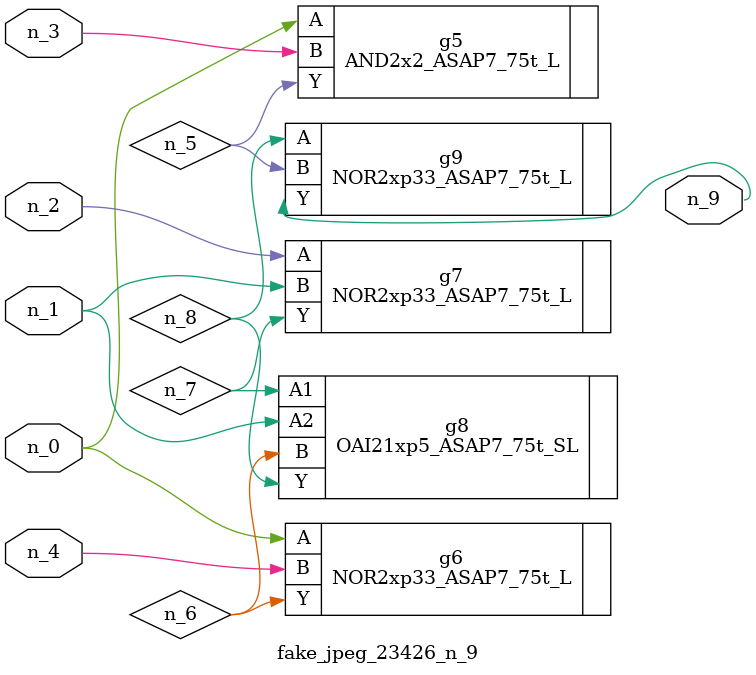
<source format=v>
module fake_jpeg_23426_n_9 (n_3, n_2, n_1, n_0, n_4, n_9);

input n_3;
input n_2;
input n_1;
input n_0;
input n_4;

output n_9;

wire n_8;
wire n_6;
wire n_5;
wire n_7;

AND2x2_ASAP7_75t_L g5 ( 
.A(n_0),
.B(n_3),
.Y(n_5)
);

NOR2xp33_ASAP7_75t_L g6 ( 
.A(n_0),
.B(n_4),
.Y(n_6)
);

NOR2xp33_ASAP7_75t_L g7 ( 
.A(n_2),
.B(n_1),
.Y(n_7)
);

OAI21xp5_ASAP7_75t_SL g8 ( 
.A1(n_7),
.A2(n_1),
.B(n_6),
.Y(n_8)
);

NOR2xp33_ASAP7_75t_L g9 ( 
.A(n_8),
.B(n_5),
.Y(n_9)
);


endmodule
</source>
